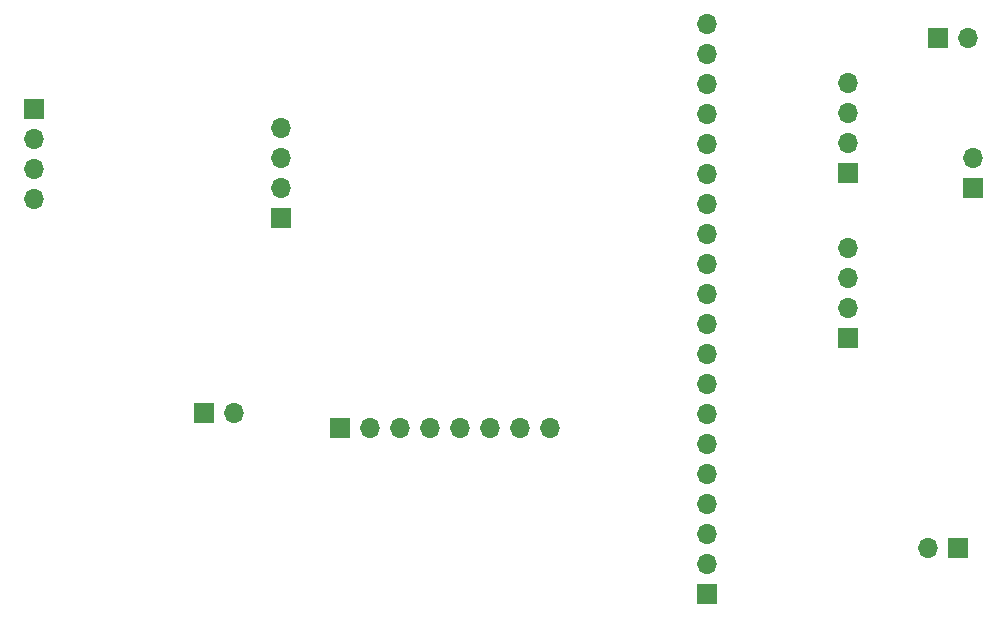
<source format=gbr>
%TF.GenerationSoftware,KiCad,Pcbnew,7.0.7*%
%TF.CreationDate,2023-09-28T16:33:33-05:00*%
%TF.ProjectId,CatLasers,4361744c-6173-4657-9273-2e6b69636164,rev?*%
%TF.SameCoordinates,Original*%
%TF.FileFunction,Soldermask,Bot*%
%TF.FilePolarity,Negative*%
%FSLAX46Y46*%
G04 Gerber Fmt 4.6, Leading zero omitted, Abs format (unit mm)*
G04 Created by KiCad (PCBNEW 7.0.7) date 2023-09-28 16:33:33*
%MOMM*%
%LPD*%
G01*
G04 APERTURE LIST*
%ADD10R,1.700000X1.700000*%
%ADD11O,1.700000X1.700000*%
G04 APERTURE END LIST*
D10*
%TO.C,J9*%
X117957500Y-49525000D03*
D11*
X117957500Y-46985000D03*
X117957500Y-44445000D03*
X117957500Y-41905000D03*
%TD*%
%TO.C,J8*%
X124700000Y-67310000D03*
D10*
X127240000Y-67310000D03*
%TD*%
%TO.C,J7*%
X49000000Y-30200000D03*
D11*
X49000000Y-32740000D03*
X49000000Y-35280000D03*
X49000000Y-37820000D03*
%TD*%
D10*
%TO.C,J6*%
X125577500Y-24135000D03*
D11*
X128117500Y-24135000D03*
%TD*%
%TO.C,J5*%
X106000000Y-22980000D03*
X106000000Y-25520000D03*
X106000000Y-28060000D03*
X106000000Y-30600000D03*
X106000000Y-33140000D03*
X106000000Y-35680000D03*
X106000000Y-38220000D03*
X106000000Y-40760000D03*
X106000000Y-43300000D03*
X106000000Y-45840000D03*
X106000000Y-48380000D03*
X106000000Y-50920000D03*
X106000000Y-53460000D03*
X106000000Y-56000000D03*
X106000000Y-58540000D03*
X106000000Y-61080000D03*
X106000000Y-63620000D03*
X106000000Y-66160000D03*
X106000000Y-68700000D03*
D10*
X106000000Y-71240000D03*
%TD*%
%TO.C,J4*%
X117957500Y-35555000D03*
D11*
X117957500Y-33015000D03*
X117957500Y-30475000D03*
X117957500Y-27935000D03*
%TD*%
D10*
%TO.C,J3*%
X69921500Y-39360000D03*
D11*
X69921500Y-36820000D03*
X69921500Y-34280000D03*
X69921500Y-31740000D03*
%TD*%
D10*
%TO.C,J2*%
X74930000Y-57150000D03*
D11*
X77470000Y-57150000D03*
X80010000Y-57150000D03*
X82550000Y-57150000D03*
X85090000Y-57150000D03*
X87630000Y-57150000D03*
X90170000Y-57150000D03*
X92710000Y-57150000D03*
%TD*%
D10*
%TO.C,J1*%
X128510000Y-36830000D03*
D11*
X128510000Y-34290000D03*
%TD*%
%TO.C,BT1*%
X65920500Y-55880000D03*
D10*
X63380500Y-55880000D03*
%TD*%
M02*

</source>
